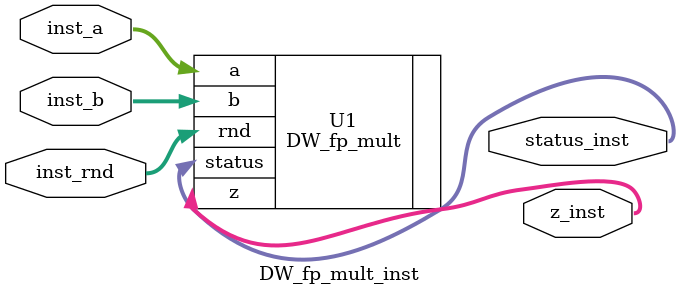
<source format=v>

`ifdef RTL
	`include "GATED_OR.v"
`else
	`include "Netlist/GATED_OR_SYN.v"
`endif
// synopsys translate_on


module SNN(
    //Input Port
    clk,
    rst_n,
    cg_en,
    in_valid,
    Img,
    Kernel,
	Weight,
    Opt,

    //Output Port
    out_valid,
    out
    );


//---------------------------------------------------------------------
//   PARAMETER
//---------------------------------------------------------------------

// IEEE floating point parameter
parameter inst_sig_width = 23;
parameter inst_exp_width = 8;
parameter inst_ieee_compliance = 0;
parameter inst_arch_type = 0;
parameter inst_arch = 0;
parameter inst_faithful_round = 0;


//---------------------------------------------------------------------
//   INPUTS & OUTPUTS
//---------------------------------------------------------------------
input rst_n, clk, in_valid;
input cg_en;
input [inst_sig_width+inst_exp_width:0] Img, Kernel, Weight;
input [1:0] Opt;

output reg	out_valid;
output reg [inst_sig_width+inst_exp_width:0] out;



//---------------------------------------------------------------------
//   REG & WIRE DECLARATIONS
//---------------------------------------------------------------------
integer i, j;
reg [7:0]counter;
reg [31:0]image_1[0:3][0:3];
reg [31:0]image_2[0:3][0:3];

reg [31:0]kernel_1[0:2][0:2];
reg [31:0]kernel_2[0:2][0:2];
reg [31:0]kernel_3[0:2][0:2];

reg [31:0]weight[0:1][0:1];

///////////////////////////////////////////////////////////
//////////////////////////counter//////////////////////////
///////////////////////////////////////////////////////////
always @(posedge clk or negedge rst_n) begin
    if(!rst_n) begin
        counter <= 0;
    end
    else begin
        if(in_valid || (counter <= 123 && counter > 0)) begin
            counter <= counter + 1;
        end
        else begin
            counter <= 0;
        end
    end
end

///////////////////////////////////////////////////////////
//////////////////////////input////////////////////////////
///////////////////////////////////////////////////////////


// wire image_clk;
// GATED_OR i_clk (.CLOCK(clk), .SLEEP_CTRL((counter > 99) && cg_en), .RST_N(rst_n), .CLOCK_GATED(image_clk));


always @(posedge clk or negedge rst_n) begin
// #region
    if(!rst_n) begin
        for(i = 0; i < 4; i = i + 1) begin
            for(j = 0; j < 4; j = j + 1) begin
                image_1[i][j] <= 0;
            end
        end
    end
    else begin
        if(in_valid) begin
            for(i = 0; i < 4; i = i + 1) begin
                for(j = 0; j < 4; j = j + 1) begin
                    image_1[i][j] <= image_1[i][j];
                end
            end
            case(counter)
                0, 16, 32, 48, 64, 80  : image_1[0][0] <= Img;
                1, 17, 33, 49, 65, 81  : image_1[0][1] <= Img;
                2, 18, 34, 50, 66, 82  : image_1[0][2] <= Img;
                3, 19, 35, 51, 67, 83  : image_1[0][3] <= Img;
                4, 20, 36, 52, 68, 84  : image_1[1][0] <= Img;
                5, 21, 37, 53, 69, 85  : image_1[1][1] <= Img;
                6, 22, 38, 54, 70, 86  : image_1[1][2] <= Img;
                7, 23, 39, 55, 71, 87  : image_1[1][3] <= Img;
                8, 24, 40, 56, 72, 88  : image_1[2][0] <= Img;
                9, 25, 41, 57, 73, 89  : image_1[2][1] <= Img;
                10,26, 42, 58, 74, 90  : image_1[2][2] <= Img;
                11,27, 43, 59, 75, 91  : image_1[2][3] <= Img;
                12,28, 44, 60, 76, 92  : image_1[3][0] <= Img;
                13,29, 45, 61, 77, 93  : image_1[3][1] <= Img;
                14,30, 46, 62, 78, 94  : image_1[3][2] <= Img;
                15,31, 47, 63, 79, 95  : image_1[3][3] <= Img;
            endcase
            
        end
        else begin
            for(i = 0; i < 4; i = i + 1) begin
                for(j = 0; j < 4; j = j + 1) begin
                    image_1[i][j] <= image_1[i][j];
                end
            end
        end
    end
// #endregion
end


// wire kernel_clk;
// GATED_OR k_clk (.CLOCK(clk), .SLEEP_CTRL((counter > 28) && cg_en), .RST_N(rst_n), .CLOCK_GATED(kernel_clk));


always @(posedge clk or negedge rst_n) begin
// #region
    if(!rst_n) begin
        for(i = 0; i < 3; i = i + 1) begin
            for(j = 0; j < 3; j = j + 1) begin
                kernel_1[i][j] <= 0;
            end
        end
        for(i = 0; i < 3; i = i + 1) begin
            for(j = 0; j < 3; j = j + 1) begin
                kernel_2[i][j] <= 0;
            end
        end
        for(i = 0; i < 3; i = i + 1) begin
            for(j = 0; j < 3; j = j + 1) begin
                kernel_3[i][j] <= 0;
            end
        end
    end
    else begin
        if(in_valid) begin
            for(i = 0; i < 3; i = i + 1) begin
                for(j = 0; j < 3; j = j + 1) begin
                    kernel_1[i][j] <= kernel_1[i][j];
                end
            end
            for(i = 0; i < 3; i = i + 1) begin
                for(j = 0; j < 3; j = j + 1) begin
                    kernel_2[i][j] <= kernel_2[i][j];
                end
            end
            for(i = 0; i < 3; i = i + 1) begin
                for(j = 0; j < 3; j = j + 1) begin
                    kernel_3[i][j] <= kernel_3[i][j];
                end
            end
            case(counter)
                0  : kernel_1[0][0] <= Kernel;
                1  : kernel_1[0][1] <= Kernel;
                2  : kernel_1[0][2] <= Kernel;
                3  : kernel_1[1][0] <= Kernel;
                4  : kernel_1[1][1] <= Kernel;
                5  : kernel_1[1][2] <= Kernel;
                6  : kernel_1[2][0] <= Kernel;
                7  : kernel_1[2][1] <= Kernel;
                8  : kernel_1[2][2] <= Kernel;
                9  : kernel_2[0][0] <= Kernel;
                10 : kernel_2[0][1] <= Kernel;
                11 : kernel_2[0][2] <= Kernel;
                12 : kernel_2[1][0] <= Kernel;
                13 : kernel_2[1][1] <= Kernel;
                14 : kernel_2[1][2] <= Kernel;
                15 : kernel_2[2][0] <= Kernel;
                16 : kernel_2[2][1] <= Kernel;
                17 : kernel_2[2][2] <= Kernel;
                18 : kernel_3[0][0] <= Kernel;
                19 : kernel_3[0][1] <= Kernel;
                20 : kernel_3[0][2] <= Kernel;
                21 : kernel_3[1][0] <= Kernel;
                22 : kernel_3[1][1] <= Kernel;
                23 : kernel_3[1][2] <= Kernel;
                24 : kernel_3[2][0] <= Kernel;
                25 : kernel_3[2][1] <= Kernel;
                26 : kernel_3[2][2] <= Kernel;
            endcase
        end
        else begin
            for(i = 0; i < 3; i = i + 1) begin
                for(j = 0; j < 3; j = j + 1) begin
                    kernel_1[i][j] <= kernel_1[i][j];
                end
            end
            for(i = 0; i < 3; i = i + 1) begin
                for(j = 0; j < 3; j = j + 1) begin
                    kernel_2[i][j] <= kernel_2[i][j];
                end
            end
            for(i = 0; i < 3; i = i + 1) begin
                for(j = 0; j < 3; j = j + 1) begin
                    kernel_3[i][j] <= kernel_3[i][j];
                end
            end
        end
    end
// #endregion
end

always @(posedge clk or negedge rst_n) begin
// #region
    if(!rst_n) begin
        for(i = 0; i < 2; i = i + 1) begin
            for(j = 0; j < 2; j = j + 1) begin
                weight[i][j] <= 0;
            end
        end
    end
    else begin
        if(in_valid) begin
            for(i = 0; i < 2; i = i + 1) begin
                for(j = 0; j < 2; j = j + 1) begin
                    weight[i][j] <= weight[i][j];
                end
            end
            case(counter)
                0  : weight[0][0] <= Weight;
                1  : weight[0][1] <= Weight;
                2  : weight[1][0] <= Weight;
                3  : weight[1][1] <= Weight;
            endcase
        end
        else begin
            for(i = 0; i < 2; i = i + 1) begin
                for(j = 0; j < 2; j = j + 1) begin
                    weight[i][j] <= weight[i][j];
                end
            end
        end
    end
// #endregion
end


///////////////////////////////////////////////////////////
////////////////////////padding////////////////////////////
///////////////////////////////////////////////////////////
reg [31:0]image_p_1[0:5][0:5];
// reg [31:0]image_p_2[0:5][0:5];
reg [1:0]Opt_seq;

always @(posedge clk or negedge rst_n) begin
    if(!rst_n) begin
        Opt_seq <= 0;
    end
    else begin
        if(in_valid && (counter == 0)) begin
            Opt_seq <= Opt;
        end
        else begin
            Opt_seq <= Opt_seq;
        end
    end
end


always @(*) begin
// #region
    if(Opt_seq[0] == 0) begin
        for(i = 0; i < 6; i = i + 1) begin
            for(j = 0; j < 6; j = j + 1) begin
                if(i == 0) begin
                    image_p_1[i][j] = 'b0;  
                end
                else if(i == 5) begin
                    image_p_1[i][j] = 'b0;
                end
                else if(j == 0 || j == 5) begin
                    image_p_1[i][j] = 'b0;
                end
                else begin
                    image_p_1[i][j] = image_1[i-1][j-1];
                end
            end
        end
        
        image_p_1[0][0] = image_1[0][0];
        image_p_1[0][1] = image_1[0][0];
        image_p_1[0][2] = image_1[0][1];
        image_p_1[0][3] = image_1[0][2];
        image_p_1[0][4] = image_1[0][3];
        image_p_1[0][5] = image_1[0][3];
        image_p_1[0][5] = image_1[0][3];

        image_p_1[1][0] = image_1[0][0];
        image_p_1[1][5] = image_1[0][3];
        image_p_1[2][0] = image_1[1][0];
        image_p_1[2][5] = image_1[1][3];
        image_p_1[3][0] = image_1[2][0];
        image_p_1[3][5] = image_1[2][3];
        image_p_1[4][0] = image_1[3][0];
        image_p_1[4][5] = image_1[3][3];

        image_p_1[5][0] = image_1[3][0];
        image_p_1[5][1] = image_1[3][0];
        image_p_1[5][2] = image_1[3][1];
        image_p_1[5][3] = image_1[3][2];
        image_p_1[5][4] = image_1[3][3];
        image_p_1[5][5] = image_1[3][3];
        image_p_1[5][5] = image_1[3][3];
    end

    else begin
        for(i = 0; i < 6; i = i + 1) begin
            for(j = 0; j < 6; j = j + 1) begin
                if(i == 0) begin
                    image_p_1[i][j] = 'b0;  
                end
                else if(i == 5) begin
                    image_p_1[i][j] = 'b0;
                end
                else if(j == 0 || j == 5) begin
                    image_p_1[i][j] = 'b0;
                end
                else begin
                    image_p_1[i][j] = image_1[i-1][j-1];
                end
            end
        end
    end
// #endregion
end

///////////////////////////////////////////////////////////
////////////////////////Convolution////////////////////////
///////////////////////////////////////////////////////////
reg [31:0]dp_in_1[0:2];
reg [31:0]dp_in_2[0:2];
reg [31:0]dp_in_3[0:2];
reg [31:0]dp_in_1_seq[0:2];
reg [31:0]dp_in_2_seq[0:2];
reg [31:0]dp_in_3_seq[0:2];


reg [31:0]dp_kernel[0:2][0:2];
reg [31:0]dp_kernel_seq[0:2][0:2];

reg [31:0]dp_out_1;
reg [31:0]dp_out_2;
reg [31:0]dp_out_3;
reg [31:0]dp_out_1_seq;
reg [31:0]dp_out_2_seq;
reg [31:0]dp_out_3_seq;

reg [31:0]sum3_out;

reg [31:0]f_map_1[0:3][0:3];
reg [31:0]f_map_1_seq[0:3][0:3];

reg [31:0]add_in;
reg [31:0]add_out;


// wire dp_in_clk;
// GATED_OR dp_i_clk (.CLOCK(clk), .SLEEP_CTRL((counter > 105) && cg_en), .RST_N(rst_n), .CLOCK_GATED(dp_in_clk));


always @(*) begin
// #region
    for(i = 0; i < 3; i = i + 1) begin
        dp_in_1[i] = (cg_en) ? dp_in_1_seq[i] : {counter, counter, counter, counter};
        dp_in_2[i] = (cg_en) ? dp_in_2_seq[i] : {counter, counter, counter, counter};
        dp_in_3[i] = (cg_en) ? dp_in_3_seq[i] : {counter, counter, counter, counter};
    end
    case(counter)
        9, 25, 41, 57, 73, 89 : begin
            dp_in_1[0] = image_p_1[0][0];
            dp_in_1[1] = image_p_1[0][1];
            dp_in_1[2] = image_p_1[0][2];
            dp_in_2[0] = image_p_1[1][0];
            dp_in_2[1] = image_p_1[1][1];
            dp_in_2[2] = image_p_1[1][2];
            dp_in_3[0] = image_p_1[2][0];
            dp_in_3[1] = image_p_1[2][1];
            dp_in_3[2] = image_p_1[2][2];
        end
        10, 26, 42, 58, 74, 90 : begin
            dp_in_1[0] = image_p_1[0][1];
            dp_in_1[1] = image_p_1[0][2];
            dp_in_1[2] = image_p_1[0][3];
            dp_in_2[0] = image_p_1[1][1];
            dp_in_2[1] = image_p_1[1][2];
            dp_in_2[2] = image_p_1[1][3];
            dp_in_3[0] = image_p_1[2][1];
            dp_in_3[1] = image_p_1[2][2];
            dp_in_3[2] = image_p_1[2][3];
        end
        11, 27, 43, 59, 75, 91 : begin
            dp_in_1[0] = image_p_1[0][2];
            dp_in_1[1] = image_p_1[0][3];
            dp_in_1[2] = image_p_1[0][4];
            dp_in_2[0] = image_p_1[1][2];
            dp_in_2[1] = image_p_1[1][3];
            dp_in_2[2] = image_p_1[1][4];
            dp_in_3[0] = image_p_1[2][2];
            dp_in_3[1] = image_p_1[2][3];
            dp_in_3[2] = image_p_1[2][4];
        end
        12, 28, 44, 60, 76, 92 : begin
            dp_in_1[0] = image_p_1[0][3];
            dp_in_1[1] = image_p_1[0][4];
            dp_in_1[2] = image_p_1[0][5];
            dp_in_2[0] = image_p_1[1][3];
            dp_in_2[1] = image_p_1[1][4];
            dp_in_2[2] = image_p_1[1][5];
            dp_in_3[0] = image_p_1[2][3];
            dp_in_3[1] = image_p_1[2][4];
            dp_in_3[2] = image_p_1[2][5];
        end
        13, 29, 45, 61, 77, 93 : begin
            dp_in_1[0] = image_p_1[1][0];
            dp_in_1[1] = image_p_1[1][1];
            dp_in_1[2] = image_p_1[1][2];
            dp_in_2[0] = image_p_1[2][0];
            dp_in_2[1] = image_p_1[2][1];
            dp_in_2[2] = image_p_1[2][2];
            dp_in_3[0] = image_p_1[3][0];
            dp_in_3[1] = image_p_1[3][1];
            dp_in_3[2] = image_p_1[3][2];
        end
        14, 30, 46, 62, 78, 94 : begin
            dp_in_1[0] = image_p_1[1][1];
            dp_in_1[1] = image_p_1[1][2];
            dp_in_1[2] = image_p_1[1][3];
            dp_in_2[0] = image_p_1[2][1];
            dp_in_2[1] = image_p_1[2][2];
            dp_in_2[2] = image_p_1[2][3];
            dp_in_3[0] = image_p_1[3][1];
            dp_in_3[1] = image_p_1[3][2];
            dp_in_3[2] = image_p_1[3][3];
        end
        15, 31, 47, 63, 79, 95 : begin
            dp_in_1[0] = image_p_1[1][2];
            dp_in_1[1] = image_p_1[1][3];
            dp_in_1[2] = image_p_1[1][4];
            dp_in_2[0] = image_p_1[2][2];
            dp_in_2[1] = image_p_1[2][3];
            dp_in_2[2] = image_p_1[2][4];
            dp_in_3[0] = image_p_1[3][2];
            dp_in_3[1] = image_p_1[3][3];
            dp_in_3[2] = image_p_1[3][4];
        end
        16, 32, 48, 64, 80, 96 : begin
            dp_in_1[0] = image_p_1[1][3];
            dp_in_1[1] = image_p_1[1][4];
            dp_in_1[2] = image_p_1[1][5];
            dp_in_2[0] = image_p_1[2][3];
            dp_in_2[1] = image_p_1[2][4];
            dp_in_2[2] = image_p_1[2][5];
            dp_in_3[0] = image_p_1[3][3];
            dp_in_3[1] = image_p_1[3][4];
            dp_in_3[2] = image_p_1[3][5];
        end
        17, 33, 49, 65, 81, 97 : begin
            dp_in_1[0] = image_p_1[2][0];
            dp_in_1[1] = image_p_1[2][1];
            dp_in_1[2] = image_p_1[2][2];
            dp_in_2[0] = image_p_1[3][0];
            dp_in_2[1] = image_p_1[3][1];
            dp_in_2[2] = image_p_1[3][2];
            dp_in_3[0] = image_p_1[4][0];
            dp_in_3[1] = image_p_1[4][1];
            dp_in_3[2] = image_p_1[4][2];
        end
        18, 34, 50, 66, 82, 98 : begin
            dp_in_1[0] = image_p_1[2][1];
            dp_in_1[1] = image_p_1[2][2];
            dp_in_1[2] = image_p_1[2][3];
            dp_in_2[0] = image_p_1[3][1];
            dp_in_2[1] = image_p_1[3][2];
            dp_in_2[2] = image_p_1[3][3];
            dp_in_3[0] = image_p_1[4][1];
            dp_in_3[1] = image_p_1[4][2];
            dp_in_3[2] = image_p_1[4][3];
        end
        19, 35, 51, 67, 83, 99 : begin
            dp_in_1[0] = image_p_1[2][2];
            dp_in_1[1] = image_p_1[2][3];
            dp_in_1[2] = image_p_1[2][4];
            dp_in_2[0] = image_p_1[3][2];
            dp_in_2[1] = image_p_1[3][3];
            dp_in_2[2] = image_p_1[3][4];
            dp_in_3[0] = image_p_1[4][2];
            dp_in_3[1] = image_p_1[4][3];
            dp_in_3[2] = image_p_1[4][4];
        end
        20, 36, 52, 68, 84, 100 : begin
            dp_in_1[0] = image_p_1[2][3];
            dp_in_1[1] = image_p_1[2][4];
            dp_in_1[2] = image_p_1[2][5];
            dp_in_2[0] = image_p_1[3][3];
            dp_in_2[1] = image_p_1[3][4];
            dp_in_2[2] = image_p_1[3][5];
            dp_in_3[0] = image_p_1[4][3];
            dp_in_3[1] = image_p_1[4][4];
            dp_in_3[2] = image_p_1[4][5];
        end
        21, 37, 53, 69, 85, 101 : begin
            dp_in_1[0] = image_p_1[3][0];
            dp_in_1[1] = image_p_1[3][1];
            dp_in_1[2] = image_p_1[3][2];
            dp_in_2[0] = image_p_1[4][0];
            dp_in_2[1] = image_p_1[4][1];
            dp_in_2[2] = image_p_1[4][2];
            dp_in_3[0] = image_p_1[5][0];
            dp_in_3[1] = image_p_1[5][1];
            dp_in_3[2] = image_p_1[5][2];
        end
        22, 38, 54, 70, 86, 102 : begin
            dp_in_1[0] = image_p_1[3][1];
            dp_in_1[1] = image_p_1[3][2];
            dp_in_1[2] = image_p_1[3][3];
            dp_in_2[0] = image_p_1[4][1];
            dp_in_2[1] = image_p_1[4][2];
            dp_in_2[2] = image_p_1[4][3];
            dp_in_3[0] = image_p_1[5][1];
            dp_in_3[1] = image_p_1[5][2];
            dp_in_3[2] = image_p_1[5][3];
        end
        23, 39, 55, 71, 87, 103 : begin
            dp_in_1[0] = image_p_1[3][2];
            dp_in_1[1] = image_p_1[3][3];
            dp_in_1[2] = image_p_1[3][4];
            dp_in_2[0] = image_p_1[4][2];
            dp_in_2[1] = image_p_1[4][3];
            dp_in_2[2] = image_p_1[4][4];
            dp_in_3[0] = image_p_1[5][2];
            dp_in_3[1] = image_p_1[5][3];
            dp_in_3[2] = image_p_1[5][4];
        end
        24, 40, 56, 72, 88, 104 : begin
            dp_in_1[0] = image_p_1[3][3];
            dp_in_1[1] = image_p_1[3][4];
            dp_in_1[2] = image_p_1[3][5];
            dp_in_2[0] = image_p_1[4][3];
            dp_in_2[1] = image_p_1[4][4];
            dp_in_2[2] = image_p_1[4][5];
            dp_in_3[0] = image_p_1[5][3];
            dp_in_3[1] = image_p_1[5][4];
            dp_in_3[2] = image_p_1[5][5];
        end
    endcase
// #endregion
end


always @(*) begin
    for(i = 0; i < 3; i = i + 1) begin
        for(j = 0; j < 3; j = j + 1) begin
            dp_kernel[i][j] = (cg_en) ? dp_kernel_seq[i][j] : {counter, counter, counter, counter};
        end
    end
    if(counter < 25) begin
        for(i = 0; i < 3; i = i + 1) begin
            for(j = 0; j < 3; j = j + 1) begin
                dp_kernel[i][j] = kernel_1[i][j];
            end
        end
    end
    else if(counter >= 25 && counter < 41) begin
        for(i = 0; i < 3; i = i + 1) begin
            for(j = 0; j < 3; j = j + 1) begin
                dp_kernel[i][j] = kernel_2[i][j];
            end
        end
    end
    else if(counter >= 41 && counter < 57) begin
        for(i = 0; i < 3; i = i + 1) begin
            for(j = 0; j < 3; j = j + 1) begin
                dp_kernel[i][j] = kernel_3[i][j];
            end
        end
    end
    else if(counter >= 57 && counter < 73) begin
        for(i = 0; i < 3; i = i + 1) begin
            for(j = 0; j < 3; j = j + 1) begin
                dp_kernel[i][j] = kernel_1[i][j];
            end
        end
    end
    else if(counter >= 73 && counter < 89) begin
        for(i = 0; i < 3; i = i + 1) begin
            for(j = 0; j < 3; j = j + 1) begin
                dp_kernel[i][j] = kernel_2[i][j];
            end
        end
    end
    else if(counter >= 89 && counter < 105) begin
        for(i = 0; i < 3; i = i + 1) begin
            for(j = 0; j < 3; j = j + 1) begin
                dp_kernel[i][j] = kernel_3[i][j];
            end
        end
    end
end


///////////////////////////////////////////////////////
//////////////////////////03 pass//////////////////////
///////////////////////////////////////////////////////

// wire dp_kernel_clk;
// GATED_OR dp_k_clk (.CLOCK(clk), .SLEEP_CTRL(((counter > 9 && counter < 25) || (counter > 25  && counter < 41) || (counter > 41 && counter < 57)
//                                         ||  (counter > 57 && counter < 73) || (counter > 73  && counter < 88) || (counter > 89)) && cg_en),
//                    .RST_N(rst_n), .CLOCK_GATED(dp_kernel_clk));  
///////////////////////////////////////////////////////
///////////////////////////////////////////////////////



always @(posedge clk or negedge rst_n) begin
    if(!rst_n) begin
        for(i = 0; i < 3; i = i + 1) begin
            for(j = 0; j < 3; j = j + 1) begin
                dp_kernel_seq[i][j] <= 0;
            end
        end
    end 
    else begin
        for(i = 0; i < 3; i = i + 1) begin
            for(j = 0; j < 3; j = j + 1) begin
                dp_kernel_seq[i][j] <= dp_kernel[i][j];
            end
        end
    end

end

always @(posedge clk or negedge rst_n) begin
    if(!rst_n) begin
        for(i = 0; i < 3; i = i + 1) begin
            dp_in_1_seq[i] <= 0;
        end
        for(i = 0; i < 3; i = i + 1) begin
            dp_in_2_seq[i] <= 0;
        end
        for(i = 0; i < 3; i = i + 1) begin
            dp_in_3_seq[i] <= 0;
        end
    end
    else begin
        for(i = 0; i < 3; i = i + 1) begin
            dp_in_1_seq[i] <= dp_in_1[i];
        end
        for(i = 0; i < 3; i = i + 1) begin
            dp_in_2_seq[i] <= dp_in_2[i];
        end
        for(i = 0; i < 3; i = i + 1) begin
            dp_in_3_seq[i] <= dp_in_3[i];
        end
    end

end

reg [31:0]dp_mul_out[0:2][0:2];

DW_fp_mult_inst dp_mul_1_1 (.inst_a(dp_in_1_seq[0]), .inst_b(dp_kernel_seq[0][0]), .inst_rnd(3'b000), .z_inst(dp_mul_out[0][0]));
DW_fp_mult_inst dp_mul_1_2 (.inst_a(dp_in_1_seq[1]), .inst_b(dp_kernel_seq[0][1]), .inst_rnd(3'b000), .z_inst(dp_mul_out[0][1]));
DW_fp_mult_inst dp_mul_1_3 (.inst_a(dp_in_1_seq[2]), .inst_b(dp_kernel_seq[0][2]), .inst_rnd(3'b000), .z_inst(dp_mul_out[0][2]));
DW_fp_mult_inst dp_mul_2_1 (.inst_a(dp_in_2_seq[0]), .inst_b(dp_kernel_seq[1][0]), .inst_rnd(3'b000), .z_inst(dp_mul_out[1][0]));
DW_fp_mult_inst dp_mul_2_2 (.inst_a(dp_in_2_seq[1]), .inst_b(dp_kernel_seq[1][1]), .inst_rnd(3'b000), .z_inst(dp_mul_out[1][1]));
DW_fp_mult_inst dp_mul_2_3 (.inst_a(dp_in_2_seq[2]), .inst_b(dp_kernel_seq[1][2]), .inst_rnd(3'b000), .z_inst(dp_mul_out[1][2]));
DW_fp_mult_inst dp_mul_3_1 (.inst_a(dp_in_3_seq[0]), .inst_b(dp_kernel_seq[2][0]), .inst_rnd(3'b000), .z_inst(dp_mul_out[2][0]));
DW_fp_mult_inst dp_mul_3_2 (.inst_a(dp_in_3_seq[1]), .inst_b(dp_kernel_seq[2][1]), .inst_rnd(3'b000), .z_inst(dp_mul_out[2][1]));
DW_fp_mult_inst dp_mul_3_3 (.inst_a(dp_in_3_seq[2]), .inst_b(dp_kernel_seq[2][2]), .inst_rnd(3'b000), .z_inst(dp_mul_out[2][2]));

DW_fp_sum3_inst dp_sum3_1 (.inst_a(dp_mul_out[0][0]), .inst_b(dp_mul_out[0][1]), .inst_c(dp_mul_out[0][2]), .inst_rnd(3'b000), .z_inst(dp_out_1));
DW_fp_sum3_inst dp_sum3_2 (.inst_a(dp_mul_out[1][0]), .inst_b(dp_mul_out[1][1]), .inst_c(dp_mul_out[1][2]), .inst_rnd(3'b000), .z_inst(dp_out_2));
DW_fp_sum3_inst dp_sum3_3 (.inst_a(dp_mul_out[2][0]), .inst_b(dp_mul_out[2][1]), .inst_c(dp_mul_out[2][2]), .inst_rnd(3'b000), .z_inst(dp_out_3));


// wire dp_out_clk;
// GATED_OR dp_o_clk (.CLOCK(clk), .SLEEP_CTRL((counter > 106) && cg_en), .RST_N(rst_n), .CLOCK_GATED(dp_out_clk));



always @(posedge clk or negedge rst_n) begin
    if(!rst_n) begin
        dp_out_1_seq <= 0;
        dp_out_2_seq <= 0;
        dp_out_3_seq <= 0;
    end
    else begin
        dp_out_1_seq <= dp_out_1;
        dp_out_2_seq <= dp_out_2;
        dp_out_3_seq <= dp_out_3;
    end
end


// wire f_map_1_clk;
// GATED_OR f_map_clk (.CLOCK(clk), .SLEEP_CTRL((counter > 107 && counter < 123) && cg_en), .RST_N(rst_n), .CLOCK_GATED(f_map_1_clk)); // 03 fail


always @(posedge clk or negedge rst_n) begin
    if(!rst_n) begin
        for(i = 0; i < 4; i = i + 1) begin
            for(j = 0; j < 4; j = j + 1) begin
                f_map_1_seq[i][j] <= 0;
            end
        end
    end
    else begin
        if(out_valid == 1) begin
            for(i = 0; i < 4; i = i + 1) begin
                for(j = 0; j < 4; j = j + 1) begin
                    f_map_1_seq[i][j] <= 0;
                end
            end
        end
        else begin
            for(i = 0; i < 4; i = i + 1) begin
                for(j = 0; j < 4; j = j + 1) begin
                    f_map_1_seq[i][j] <= f_map_1[i][j];
                end
            end
        end
    end
end

always @(*) begin
    add_in = (cg_en) ? 0 : {counter, counter, counter, counter};
    case(counter)
        11, 27, 43  : add_in = f_map_1_seq[0][0];
        12, 28, 44  : add_in = f_map_1_seq[0][1];
        13, 29, 45  : add_in = f_map_1_seq[0][2];
        14, 30, 46  : add_in = f_map_1_seq[0][3];
        15, 31, 47  : add_in = f_map_1_seq[1][0];
        16, 32, 48  : add_in = f_map_1_seq[1][1];
        17, 33, 49  : add_in = f_map_1_seq[1][2];
        18, 34, 50  : add_in = f_map_1_seq[1][3];
        19, 35, 51  : add_in = f_map_1_seq[2][0];
        20, 36, 52  : add_in = f_map_1_seq[2][1];
        21, 37, 53  : add_in = f_map_1_seq[2][2];
        22, 38, 54  : add_in = f_map_1_seq[2][3];
        23, 39, 55  : add_in = f_map_1_seq[3][0];
        24, 40, 56  : add_in = f_map_1_seq[3][1];
        25, 41, 57  : add_in = f_map_1_seq[3][2];
        26, 42, 58  : add_in = f_map_1_seq[3][3];



        59, 60, 61, 62, 63, 64, 65, 66, 67, 68, 69, 70, 71, 72, 73, 74 : add_in = 0;
        75, 91  : add_in = f_map_1_seq[0][0];
        76, 92  : add_in = f_map_1_seq[0][1];
        77, 93  : add_in = f_map_1_seq[0][2];
        78, 94  : add_in = f_map_1_seq[0][3];
        79, 95  : add_in = f_map_1_seq[1][0];
        80, 96  : add_in = f_map_1_seq[1][1];
        81, 97  : add_in = f_map_1_seq[1][2];
        82, 98  : add_in = f_map_1_seq[1][3];
        83, 99  : add_in = f_map_1_seq[2][0];
        84, 100 : add_in = f_map_1_seq[2][1];
        85, 101 : add_in = f_map_1_seq[2][2];
        86, 102 : add_in = f_map_1_seq[2][3];
        87, 103 : add_in = f_map_1_seq[3][0];
        88, 104 : add_in = f_map_1_seq[3][1];
        89, 105 : add_in = f_map_1_seq[3][2];
        90, 106 : add_in = f_map_1_seq[3][3];


        // default : add_in = 0;
    endcase
end

always @(*) begin
    for(i = 0; i < 4; i = i + 1) begin
        for(j = 0; j < 4; j = j + 1) begin
            f_map_1[i][j] = f_map_1_seq[i][j];
        end
    end
    case(counter)
        11, 27, 43 : f_map_1[0][0] = add_out;
        12, 28, 44 : f_map_1[0][1] = add_out;
        13, 29, 45 : f_map_1[0][2] = add_out;
        14, 30, 46 : f_map_1[0][3] = add_out;
        15, 31, 47 : f_map_1[1][0] = add_out;
        16, 32, 48 : f_map_1[1][1] = add_out;
        17, 33, 49 : f_map_1[1][2] = add_out;
        18, 34, 50 : f_map_1[1][3] = add_out;
        19, 35, 51 : f_map_1[2][0] = add_out;
        20, 36, 52 : f_map_1[2][1] = add_out;
        21, 37, 53 : f_map_1[2][2] = add_out;
        22, 38, 54 : f_map_1[2][3] = add_out;
        23, 39, 55 : f_map_1[3][0] = add_out;
        24, 40, 56 : f_map_1[3][1] = add_out;
        25, 41, 57 : f_map_1[3][2] = add_out;
        26, 42, 58 : f_map_1[3][3] = add_out;

        59, 75, 91  : f_map_1[0][0] = add_out;
        60, 76, 92  : f_map_1[0][1] = add_out;
        61, 77, 93  : f_map_1[0][2] = add_out;
        62, 78, 94  : f_map_1[0][3] = add_out;
        63, 79, 95  : f_map_1[1][0] = add_out;
        64, 80, 96  : f_map_1[1][1] = add_out;
        65, 81, 97  : f_map_1[1][2] = add_out;
        66, 82, 98  : f_map_1[1][3] = add_out;
        67, 83, 99  : f_map_1[2][0] = add_out;
        68, 84, 100 : f_map_1[2][1] = add_out;
        69, 85, 101 : f_map_1[2][2] = add_out;
        70, 86, 102 : f_map_1[2][3] = add_out;
        71, 87, 103 : f_map_1[3][0] = add_out;
        72, 88, 104 : f_map_1[3][1] = add_out;
        73, 89, 105 : f_map_1[3][2] = add_out;
        74, 90, 106 : f_map_1[3][3] = add_out;
    endcase

end



DW_fp_sum3_inst dp_sum (.inst_a(dp_out_1_seq), .inst_b(dp_out_2_seq), .inst_c(dp_out_3_seq), .inst_rnd(3'b000), .z_inst(sum3_out));
DW_fp_add_inst  dp_add (.inst_a(add_in), .inst_b(sum3_out), .inst_rnd(3'b000), .z_inst(add_out));


///////////////////////////////////////////////////////////
////////////////////////Equalization///////////////////////
///////////////////////////////////////////////////////////

reg [31:0] f_map_padding[0:5][0:5];


always @(*) begin
    if(Opt_seq[0] == 0) begin
        for(i = 0; i < 6; i = i + 1) begin
            for(j = 0; j < 6; j = j + 1) begin
                if(i == 0) begin
                    f_map_padding[i][j] = 'b0;  
                end
                else if(i == 5) begin
                    f_map_padding[i][j] = 'b0;
                end
                else if(j == 0 || j == 5) begin
                    f_map_padding[i][j] = 'b0;
                end
                else begin
                    f_map_padding[i][j] = f_map_1_seq[i-1][j-1];
                end
            end
        end
        
        f_map_padding[0][0] = f_map_1_seq[0][0];
        f_map_padding[0][1] = f_map_1_seq[0][0];
        f_map_padding[0][2] = f_map_1_seq[0][1];
        f_map_padding[0][3] = f_map_1_seq[0][2];
        f_map_padding[0][4] = f_map_1_seq[0][3];
        f_map_padding[0][5] = f_map_1_seq[0][3];
        f_map_padding[0][5] = f_map_1_seq[0][3];

        f_map_padding[1][0] = f_map_1_seq[0][0];
        f_map_padding[1][5] = f_map_1_seq[0][3];
        f_map_padding[2][0] = f_map_1_seq[1][0];
        f_map_padding[2][5] = f_map_1_seq[1][3];
        f_map_padding[3][0] = f_map_1_seq[2][0];
        f_map_padding[3][5] = f_map_1_seq[2][3];
        f_map_padding[4][0] = f_map_1_seq[3][0];
        f_map_padding[4][5] = f_map_1_seq[3][3];

        f_map_padding[5][0] = f_map_1_seq[3][0];
        f_map_padding[5][1] = f_map_1_seq[3][0];
        f_map_padding[5][2] = f_map_1_seq[3][1];
        f_map_padding[5][3] = f_map_1_seq[3][2];
        f_map_padding[5][4] = f_map_1_seq[3][3];
        f_map_padding[5][5] = f_map_1_seq[3][3];
        f_map_padding[5][5] = f_map_1_seq[3][3];
    end

    else begin
        for(i = 0; i < 6; i = i + 1) begin
            for(j = 0; j < 6; j = j + 1) begin
                if(i == 0) begin
                    f_map_padding[i][j] = 'b0;  
                end
                else if(i == 5) begin
                    f_map_padding[i][j] = 'b0;
                end
                else if(j == 0 || j == 5) begin
                    f_map_padding[i][j] = 'b0;
                end
                else begin
                    f_map_padding[i][j] = f_map_1_seq[i-1][j-1];
                end
            end
        end
    end
// #endregion
end


reg [31:0]equalize_in[0:2][0:2];
reg [31:0]equalize_temp[0:2];
reg [31:0]equalize_out;
reg [31:0]equalize_out_seq;


always @(*) begin
// #region
    for(i = 0; i < 3; i = i + 1) begin
        for(j = 0; j < 3; j = j + 1) begin
            if(cg_en) begin
                equalize_in[i][j] = 0;
            end
            else begin
                equalize_in[i][j] = {counter, counter, counter, counter};
            end
        end
    end

    case(counter)
        49, 97 : begin
            equalize_in[0][0] = f_map_padding[0][0];
            equalize_in[0][1] = f_map_padding[0][1];
            equalize_in[0][2] = f_map_padding[0][2];
            equalize_in[1][0] = f_map_padding[1][0];
            equalize_in[1][1] = f_map_padding[1][1];
            equalize_in[1][2] = f_map_padding[1][2];
            equalize_in[2][0] = f_map_padding[2][0];
            equalize_in[2][1] = f_map_padding[2][1];
            equalize_in[2][2] = f_map_padding[2][2];
        end
        50, 98 : begin
            equalize_in[0][0] = f_map_padding[0][1];
            equalize_in[0][1] = f_map_padding[0][2];
            equalize_in[0][2] = f_map_padding[0][3];
            equalize_in[1][0] = f_map_padding[1][1];
            equalize_in[1][1] = f_map_padding[1][2];
            equalize_in[1][2] = f_map_padding[1][3];
            equalize_in[2][0] = f_map_padding[2][1];
            equalize_in[2][1] = f_map_padding[2][2];
            equalize_in[2][2] = f_map_padding[2][3];
        end
        51, 99 : begin
            equalize_in[0][0] = f_map_padding[0][2];
            equalize_in[0][1] = f_map_padding[0][3];
            equalize_in[0][2] = f_map_padding[0][4];
            equalize_in[1][0] = f_map_padding[1][2];
            equalize_in[1][1] = f_map_padding[1][3];
            equalize_in[1][2] = f_map_padding[1][4];
            equalize_in[2][0] = f_map_padding[2][2];
            equalize_in[2][1] = f_map_padding[2][3];
            equalize_in[2][2] = f_map_padding[2][4];
        end
        52, 100 : begin
            equalize_in[0][0] = f_map_padding[0][3];
            equalize_in[0][1] = f_map_padding[0][4];
            equalize_in[0][2] = f_map_padding[0][5];
            equalize_in[1][0] = f_map_padding[1][3];
            equalize_in[1][1] = f_map_padding[1][4];
            equalize_in[1][2] = f_map_padding[1][5];
            equalize_in[2][0] = f_map_padding[2][3];
            equalize_in[2][1] = f_map_padding[2][4];
            equalize_in[2][2] = f_map_padding[2][5];
        end

        
        53, 101 : begin
            equalize_in[0][0] = f_map_padding[1][0];
            equalize_in[0][1] = f_map_padding[1][1];
            equalize_in[0][2] = f_map_padding[1][2];
            equalize_in[1][0] = f_map_padding[2][0];
            equalize_in[1][1] = f_map_padding[2][1];
            equalize_in[1][2] = f_map_padding[2][2];
            equalize_in[2][0] = f_map_padding[3][0];
            equalize_in[2][1] = f_map_padding[3][1];
            equalize_in[2][2] = f_map_padding[3][2];
        end
        54, 102 : begin
            equalize_in[0][0] = f_map_padding[1][1];
            equalize_in[0][1] = f_map_padding[1][2];
            equalize_in[0][2] = f_map_padding[1][3];
            equalize_in[1][0] = f_map_padding[2][1];
            equalize_in[1][1] = f_map_padding[2][2];
            equalize_in[1][2] = f_map_padding[2][3];
            equalize_in[2][0] = f_map_padding[3][1];
            equalize_in[2][1] = f_map_padding[3][2];
            equalize_in[2][2] = f_map_padding[3][3];
        end
        55, 103 : begin
            equalize_in[0][0] = f_map_padding[1][2];
            equalize_in[0][1] = f_map_padding[1][3];
            equalize_in[0][2] = f_map_padding[1][4];
            equalize_in[1][0] = f_map_padding[2][2];
            equalize_in[1][1] = f_map_padding[2][3];
            equalize_in[1][2] = f_map_padding[2][4];
            equalize_in[2][0] = f_map_padding[3][2];
            equalize_in[2][1] = f_map_padding[3][3];
            equalize_in[2][2] = f_map_padding[3][4];
        end
        56, 104 : begin
            equalize_in[0][0] = f_map_padding[1][3];
            equalize_in[0][1] = f_map_padding[1][4];
            equalize_in[0][2] = f_map_padding[1][5];
            equalize_in[1][0] = f_map_padding[2][3];
            equalize_in[1][1] = f_map_padding[2][4];
            equalize_in[1][2] = f_map_padding[2][5];
            equalize_in[2][0] = f_map_padding[3][3];
            equalize_in[2][1] = f_map_padding[3][4];
            equalize_in[2][2] = f_map_padding[3][5];
        end

        
        57, 105 : begin
            equalize_in[0][0] = f_map_padding[2][0];
            equalize_in[0][1] = f_map_padding[2][1];
            equalize_in[0][2] = f_map_padding[2][2];
            equalize_in[1][0] = f_map_padding[3][0];
            equalize_in[1][1] = f_map_padding[3][1];
            equalize_in[1][2] = f_map_padding[3][2];
            equalize_in[2][0] = f_map_padding[4][0];
            equalize_in[2][1] = f_map_padding[4][1];
            equalize_in[2][2] = f_map_padding[4][2];
        end
        58, 106 : begin
            equalize_in[0][0] = f_map_padding[2][1];
            equalize_in[0][1] = f_map_padding[2][2];
            equalize_in[0][2] = f_map_padding[2][3];
            equalize_in[1][0] = f_map_padding[3][1];
            equalize_in[1][1] = f_map_padding[3][2];
            equalize_in[1][2] = f_map_padding[3][3];
            equalize_in[2][0] = f_map_padding[4][1];
            equalize_in[2][1] = f_map_padding[4][2];
            equalize_in[2][2] = f_map_padding[4][3];
        end
        59, 107 : begin
            equalize_in[0][0] = f_map_padding[2][2];
            equalize_in[0][1] = f_map_padding[2][3];
            equalize_in[0][2] = f_map_padding[2][4];
            equalize_in[1][0] = f_map_padding[3][2];
            equalize_in[1][1] = f_map_padding[3][3];
            equalize_in[1][2] = f_map_padding[3][4];
            equalize_in[2][0] = f_map_padding[4][2];
            equalize_in[2][1] = f_map_padding[4][3];
            equalize_in[2][2] = f_map_padding[4][4];
        end
        60, 108 : begin
            equalize_in[0][0] = f_map_padding[2][3];
            equalize_in[0][1] = f_map_padding[2][4];
            equalize_in[0][2] = f_map_padding[2][5];
            equalize_in[1][0] = f_map_padding[3][3];
            equalize_in[1][1] = f_map_padding[3][4];
            equalize_in[1][2] = f_map_padding[3][5];
            equalize_in[2][0] = f_map_padding[4][3];
            equalize_in[2][1] = f_map_padding[4][4];
            equalize_in[2][2] = f_map_padding[4][5];
        end


        
        61, 109 : begin
            equalize_in[0][0] = f_map_padding[3][0];
            equalize_in[0][1] = f_map_padding[3][1];
            equalize_in[0][2] = f_map_padding[3][2];
            equalize_in[1][0] = f_map_padding[4][0];
            equalize_in[1][1] = f_map_padding[4][1];
            equalize_in[1][2] = f_map_padding[4][2];
            equalize_in[2][0] = f_map_padding[5][0];
            equalize_in[2][1] = f_map_padding[5][1];
            equalize_in[2][2] = f_map_padding[5][2];
        end
        62, 110 : begin
            equalize_in[0][0] = f_map_padding[3][1];
            equalize_in[0][1] = f_map_padding[3][2];
            equalize_in[0][2] = f_map_padding[3][3];
            equalize_in[1][0] = f_map_padding[4][1];
            equalize_in[1][1] = f_map_padding[4][2];
            equalize_in[1][2] = f_map_padding[4][3];
            equalize_in[2][0] = f_map_padding[5][1];
            equalize_in[2][1] = f_map_padding[5][2];
            equalize_in[2][2] = f_map_padding[5][3];
        end
        63, 111 : begin
            equalize_in[0][0] = f_map_padding[3][2];
            equalize_in[0][1] = f_map_padding[3][3];
            equalize_in[0][2] = f_map_padding[3][4];
            equalize_in[1][0] = f_map_padding[4][2];
            equalize_in[1][1] = f_map_padding[4][3];
            equalize_in[1][2] = f_map_padding[4][4];
            equalize_in[2][0] = f_map_padding[5][2];
            equalize_in[2][1] = f_map_padding[5][3];
            equalize_in[2][2] = f_map_padding[5][4];
        end
        64, 112 : begin
            equalize_in[0][0] = f_map_padding[3][3];
            equalize_in[0][1] = f_map_padding[3][4];
            equalize_in[0][2] = f_map_padding[3][5];
            equalize_in[1][0] = f_map_padding[4][3];
            equalize_in[1][1] = f_map_padding[4][4];
            equalize_in[1][2] = f_map_padding[4][5];
            equalize_in[2][0] = f_map_padding[5][3];
            equalize_in[2][1] = f_map_padding[5][4];
            equalize_in[2][2] = f_map_padding[5][5];
        end
    endcase

// #endregion
end




DW_fp_sum3_inst eq_sum_1 (.inst_a(equalize_in[0][0]), .inst_b(equalize_in[0][1]), .inst_c(equalize_in[0][2]), .inst_rnd(3'b000), .z_inst(equalize_temp[0]));
DW_fp_sum3_inst eq_sum_2 (.inst_a(equalize_in[1][0]), .inst_b(equalize_in[1][1]), .inst_c(equalize_in[1][2]), .inst_rnd(3'b000), .z_inst(equalize_temp[1]));
DW_fp_sum3_inst eq_sum_3 (.inst_a(equalize_in[2][0]), .inst_b(equalize_in[2][1]), .inst_c(equalize_in[2][2]), .inst_rnd(3'b000), .z_inst(equalize_temp[2]));
DW_fp_sum3_inst eq_sum_4 (.inst_a(equalize_temp[0]),  .inst_b(equalize_temp[1]),  .inst_c(equalize_temp[2]),  .inst_rnd(3'b000), .z_inst(equalize_out));


// wire equalize_out_clk;
// GATED_OR equalize_o_clk (.CLOCK(clk), .SLEEP_CTRL((counter < 49 || (counter > 66 &&  counter < 97)) && cg_en), .RST_N(rst_n), .CLOCK_GATED(equalize_out_clk));


always @(posedge clk or negedge rst_n) begin
    if(!rst_n) begin
        equalize_out_seq <= 0;        
    end
    else begin
        equalize_out_seq <= equalize_out;
    end
end

reg [31:0]equalize_div_out;

DW_fp_div_inst div_eq (.inst_a(equalize_out_seq), .inst_b(32'b01000001000100000000000000000000), .z_inst(equalize_div_out), .inst_rnd(3'b000));


reg [31:0]f_eq_map[0:3][0:3];
reg [31:0]f_eq_map_seq[0:3][0:3];




always @(*) begin
    for(i = 0; i < 4; i = i + 1 ) begin
        for(j = 0; j < 4; j = j + 1 ) begin
            f_eq_map[i][j] = f_eq_map_seq[i][j];
        end
    end

    case(counter)
        50, 98 : f_eq_map[0][0] = equalize_div_out;
        51, 99 : f_eq_map[0][1] = equalize_div_out;
        52, 100: f_eq_map[0][2] = equalize_div_out;
        53, 101: f_eq_map[0][3] = equalize_div_out;
        54, 102: f_eq_map[1][0] = equalize_div_out;
        55, 103: f_eq_map[1][1] = equalize_div_out;
        56, 104: f_eq_map[1][2] = equalize_div_out;
        57, 105: f_eq_map[1][3] = equalize_div_out;
        58, 106: f_eq_map[2][0] = equalize_div_out;
        59, 107: f_eq_map[2][1] = equalize_div_out;
        60, 108: f_eq_map[2][2] = equalize_div_out;
        61, 109: f_eq_map[2][3] = equalize_div_out;
        62, 110: f_eq_map[3][0] = equalize_div_out;
        63, 111: f_eq_map[3][1] = equalize_div_out;
        64, 112: f_eq_map[3][2] = equalize_div_out;
        65, 113: f_eq_map[3][3] = equalize_div_out;
    endcase
end


// wire f_eq_clk;
// GATED_OR f_eq_map_clk (.CLOCK(clk), .SLEEP_CTRL(counter > 113 && cg_en), .RST_N(rst_n), .CLOCK_GATED(f_eq_clk));


always @(posedge clk or negedge rst_n) begin
    if(!rst_n) begin
        for(i = 0; i < 4; i = i + 1 ) begin
            for(j = 0; j < 4; j = j + 1 ) begin
                f_eq_map_seq[i][j] <= 0;
            end
        end
    end
    else begin
        for(i = 0; i < 4; i = i + 1 ) begin
            for(j = 0; j < 4; j = j + 1 ) begin
                f_eq_map_seq[i][j] <= f_eq_map[i][j];
            end
        end
    end
end


///////////////////////////////////////////////////////////
////////////////////////Max Pooling////////////////////////
///////////////////////////////////////////////////////////

reg [31:0]max_pooling_in[0:3][0:3];

always @(*) begin
    if(counter == 66 || counter == 114) begin
        for(i = 0; i < 4; i = i + 1) begin
            for(j = 0; j < 4; j = j + 1) begin
                max_pooling_in[i][j] = f_eq_map_seq[i][j];
            end
        end
    end
    else begin
        for(i = 0; i < 4; i = i + 1) begin
            for(j = 0; j < 4; j = j + 1) begin
                max_pooling_in[i][j] = {counter, counter, counter, counter};
            end
        end
    end
end

reg [31:0]max_pooling_00;
reg [31:0]max_pooling_01;
reg [31:0]max_pooling_10;
reg [31:0]max_pooling_11;

reg [31:0]com_F1_00_0;
reg [31:0]com_F1_00_1;

DW_fp_cmp_inst COM_F1_00_0 (.inst_a(max_pooling_in[0][0]), .inst_b(max_pooling_in[0][1]), .z1_inst(com_F1_00_0), .inst_zctr(1'b0));
DW_fp_cmp_inst COM_F1_00_1 (.inst_a(max_pooling_in[1][0]), .inst_b(max_pooling_in[1][1]), .z1_inst(com_F1_00_1), .inst_zctr(1'b0));
DW_fp_cmp_inst COM_F1_00   (.inst_a(com_F1_00_0),   .inst_b(com_F1_00_1),   .z1_inst(max_pooling_00), .inst_zctr(1'b0));

reg [31:0]com_F1_01_0;
reg [31:0]com_F1_01_1;

DW_fp_cmp_inst COM_F1_01_0 (.inst_a(max_pooling_in[0][2]), .inst_b(max_pooling_in[0][3]), .z1_inst(com_F1_01_0), .inst_zctr(1'b0));
DW_fp_cmp_inst COM_F1_01_1 (.inst_a(max_pooling_in[1][2]), .inst_b(max_pooling_in[1][3]), .z1_inst(com_F1_01_1), .inst_zctr(1'b0));
DW_fp_cmp_inst COM_F1_01   (.inst_a(com_F1_01_0),   .inst_b(com_F1_01_1),   .z1_inst(max_pooling_01), .inst_zctr(1'b0));

reg [31:0]com_F1_10_0;
reg [31:0]com_F1_10_1;

DW_fp_cmp_inst COM_F1_10_0 (.inst_a(max_pooling_in[2][0]), .inst_b(max_pooling_in[2][1]), .z1_inst(com_F1_10_0), .inst_zctr(1'b0));
DW_fp_cmp_inst COM_F1_10_1 (.inst_a(max_pooling_in[3][0]), .inst_b(max_pooling_in[3][1]), .z1_inst(com_F1_10_1), .inst_zctr(1'b0));
DW_fp_cmp_inst COM_F1_10   (.inst_a(com_F1_10_0),   .inst_b(com_F1_10_1),   .z1_inst(max_pooling_10), .inst_zctr(1'b0));


reg [31:0]com_F1_11_0;
reg [31:0]com_F1_11_1;

DW_fp_cmp_inst COM_F1_11_0 (.inst_a(max_pooling_in[2][2]), .inst_b(max_pooling_in[2][3]), .z1_inst(com_F1_11_0), .inst_zctr(1'b0));
DW_fp_cmp_inst COM_F1_11_1 (.inst_a(max_pooling_in[3][2]), .inst_b(max_pooling_in[3][3]), .z1_inst(com_F1_11_1), .inst_zctr(1'b0));
DW_fp_cmp_inst COM_F1_11   (.inst_a(com_F1_11_0),   .inst_b(com_F1_11_1),   .z1_inst(max_pooling_11), .inst_zctr(1'b0));


reg [31:0]fully_con_map_temp[0:3];
reg [31:0]fully_con_map_1[0:3];
reg [31:0]fully_con_map_2[0:3];

reg [31:0]dp2_mul_out[0:7];
DW_fp_mult_inst dp2_mul_1 (.inst_a(max_pooling_00), .inst_b(weight[0][0]), .inst_rnd(3'b000), .z_inst(dp2_mul_out[0]));
DW_fp_mult_inst dp2_mul_2 (.inst_a(max_pooling_01), .inst_b(weight[1][0]), .inst_rnd(3'b000), .z_inst(dp2_mul_out[1]));
DW_fp_add_inst  dp2_add_1 (.inst_a(dp2_mul_out[0]), .inst_b(dp2_mul_out[1]), .inst_rnd(3'b000), .z_inst(fully_con_map_temp[0]));

DW_fp_mult_inst dp2_mul_3 (.inst_a(max_pooling_00), .inst_b(weight[0][1]), .inst_rnd(3'b000), .z_inst(dp2_mul_out[2]));
DW_fp_mult_inst dp2_mul_4 (.inst_a(max_pooling_01), .inst_b(weight[1][1]), .inst_rnd(3'b000), .z_inst(dp2_mul_out[3]));
DW_fp_add_inst  dp2_add_2 (.inst_a(dp2_mul_out[2]), .inst_b(dp2_mul_out[3]), .inst_rnd(3'b000), .z_inst(fully_con_map_temp[1]));

DW_fp_mult_inst dp2_mul_5 (.inst_a(max_pooling_10), .inst_b(weight[0][0]), .inst_rnd(3'b000), .z_inst(dp2_mul_out[4]));
DW_fp_mult_inst dp2_mul_6 (.inst_a(max_pooling_11), .inst_b(weight[1][0]), .inst_rnd(3'b000), .z_inst(dp2_mul_out[5]));
DW_fp_add_inst  dp2_add_3 (.inst_a(dp2_mul_out[4]), .inst_b(dp2_mul_out[5]), .inst_rnd(3'b000), .z_inst(fully_con_map_temp[2]));

DW_fp_mult_inst dp2_mul_7 (.inst_a(max_pooling_10), .inst_b(weight[0][1]), .inst_rnd(3'b000), .z_inst(dp2_mul_out[6]));
DW_fp_mult_inst dp2_mul_8 (.inst_a(max_pooling_11), .inst_b(weight[1][1]), .inst_rnd(3'b000), .z_inst(dp2_mul_out[7]));
DW_fp_add_inst  dp2_add_4 (.inst_a(dp2_mul_out[6]), .inst_b(dp2_mul_out[7]), .inst_rnd(3'b000), .z_inst(fully_con_map_temp[3]));


always @(posedge clk or negedge rst_n) begin
    if(!rst_n) begin
        for(i = 0; i < 4; i = i + 1) begin
            fully_con_map_1[i] <= 0;
        end
        for(i = 0; i < 4; i = i + 1) begin
            fully_con_map_2[i] <= 0;
        end
    end
    else begin
        for(i = 0; i < 4; i = i + 1) begin
            fully_con_map_1[i] <= fully_con_map_1[i];
        end
        for(i = 0; i < 4; i = i + 1) begin
            fully_con_map_2[i] <= fully_con_map_2[i];
        end
        if(counter == 66) begin
            for(i = 0; i < 4; i = i + 1) begin
                fully_con_map_1[i] <= fully_con_map_temp[i];
            end
        end
        else if(counter == 114) begin
            for(i = 0; i < 4; i = i + 1) begin
                fully_con_map_2[i] <= fully_con_map_temp[i];
            end
        end
    end
end


///////////////////////////////////////////////////////////
//////////////////////Normalization////////////////////////
///////////////////////////////////////////////////////////

reg [31:0]max_F1;
reg [31:0]min_F1;
reg [31:0]max_F1_0_1;
reg [31:0]min_F1_0_1;
reg [31:0]max_F1_2_3;
reg [31:0]min_F1_2_3;

reg [31:0]normal_in[0:3];

always @(*) begin
    for(i = 0; i < 4; i = i + 1) begin
        if(cg_en) begin
            normal_in[i] = 0;
        end
        else begin
            normal_in[i] = {counter, counter, counter, counter};
        end
    end

    if(counter >= 67 && counter <= 70) begin ////////////////need to be changed/////////////////
        for(i = 0; i < 4; i = i + 1) begin
            normal_in[i] = fully_con_map_1[i];
        end
    end
    else if(counter >= 115 && counter <= 118) begin
        for(i = 0; i < 4; i = i + 1) begin
            normal_in[i] = fully_con_map_2[i];
        end
    end
end

DW_fp_cmp_inst MAX_F1_0_1 (.inst_a(normal_in[0]), .inst_b(normal_in[1]), .z0_inst(min_F1_0_1), .z1_inst(max_F1_0_1), .inst_zctr(1'b0));
DW_fp_cmp_inst MAX_F1_2_3 (.inst_a(normal_in[2]), .inst_b(normal_in[3]), .z0_inst(min_F1_2_3), .z1_inst(max_F1_2_3), .inst_zctr(1'b0));
DW_fp_cmp_inst MAX_F1     (.inst_a(max_F1_0_1),         .inst_b(max_F1_2_3),         .z1_inst(max_F1),    .inst_zctr(1'b0));
DW_fp_cmp_inst MIN_F1     (.inst_a(min_F1_0_1),         .inst_b(min_F1_2_3),         .z0_inst(min_F1),    .inst_zctr(1'b0));


reg [31:0]normal_F1[0:3];
reg [31:0]normal_F2[0:3];
reg [31:0]normal_temp;
reg [31:0]deno_F1;
reg [31:0]nume_F1[0:3];
reg [31:0]deno_F1_seq;
reg [31:0]nume_F1_seq[0:3];

reg [31:0]normal_div_in;

genvar a;

DW_fp_sub_inst sub_deno_F1 (.inst_a(max_F1), .inst_b(min_F1), .z_inst(deno_F1), .inst_rnd(3'b000));
DW_fp_sub_inst sub_nume_F2 (.inst_a(normal_in[0]), .inst_b(min_F1), .z_inst(nume_F1[0]),  .inst_rnd(3'b000));
DW_fp_sub_inst sub_nume_F3 (.inst_a(normal_in[1]), .inst_b(min_F1), .z_inst(nume_F1[1]),  .inst_rnd(3'b000));
DW_fp_sub_inst sub_nume_F4 (.inst_a(normal_in[2]), .inst_b(min_F1), .z_inst(nume_F1[2]),  .inst_rnd(3'b000));
DW_fp_sub_inst sub_nume_F5 (.inst_a(normal_in[3]), .inst_b(min_F1), .z_inst(nume_F1[3]),  .inst_rnd(3'b000));
DW_fp_div_inst div_F1      (.inst_a(normal_div_in), .inst_b(deno_F1_seq),.z_inst(normal_temp),.inst_rnd(3'b000));

always @(*) begin
    normal_div_in = (cg_en) ? 0 : {counter, counter, counter, counter};
    case(counter)
        68, 116 : normal_div_in = nume_F1_seq[0];
        69, 117 : normal_div_in = nume_F1_seq[1];
        70, 118 : normal_div_in = nume_F1_seq[2];
        71, 119 : normal_div_in = nume_F1_seq[3];
    endcase
end

always @(posedge clk or negedge rst_n) begin
    if(!rst_n) begin
        deno_F1_seq <= 0;
        for(i = 0; i < 4; i = i + 1) begin
            nume_F1_seq[i] <= 0;
        end
    end
    else begin
        deno_F1_seq <= deno_F1;
        for(i = 0; i < 4; i = i + 1) begin
            nume_F1_seq[i] <= nume_F1[i];
        end
    end

end


always @(posedge clk or negedge rst_n) begin
    if(!rst_n) begin
        for(i = 0; i < 4; i = i + 1) begin
            normal_F1[i] <= 0;
        end
        for(i = 0; i < 4; i = i + 1) begin
            normal_F2[i] <= 0;
        end
    end
    else begin
        for(i = 0; i < 4; i = i + 1) begin
            normal_F1[i] <= normal_F1[i];
        end
        for(i = 0; i < 4; i = i + 1) begin
            normal_F2[i] <= normal_F2[i];
        end
        case(counter)
            68 : normal_F1[0] <= normal_temp;
            69 : normal_F1[1] <= normal_temp;
            70 : normal_F1[2] <= normal_temp;
            71 : normal_F1[3] <= normal_temp;
            116: normal_F2[0] <= normal_temp;
            117: normal_F2[1] <= normal_temp;
            118: normal_F2[2] <= normal_temp;
            119: normal_F2[3] <= normal_temp;
        endcase
    end
end


///////////////////////////////////////////////////////////
///////////////////Activation Function/////////////////////
///////////////////////////////////////////////////////////

reg [31:0]activation_in;

reg [31:0]sigmoid_out;
reg [31:0]sigmoid_deno;
reg [31:0]sigmoid_deno_seq;
reg [31:0]tanh_out;
reg [31:0]tanh_deno;
reg [31:0]tanh_nume;
reg [31:0]tanh_deno_seq;
reg [31:0]tanh_nume_seq;
reg [31:0]e_to_power_pos;
reg [31:0]e_to_power_neg;
reg [31:0]e_to_power_pos_seq;
reg [31:0]e_to_power_neg_seq;

reg [31:0]div_in_1;
reg [31:0]div_in_2;
reg [31:0]sig_tran_out;

always @(*) begin
    activation_in = (cg_en) ? 0 : {8'h3f, counter, counter, counter};
    case(counter)
        69 : activation_in = normal_F1[0];
        70 : activation_in = normal_F1[1];
        71 : activation_in = normal_F1[2];
        72 : activation_in = normal_F1[3];
        117: activation_in = normal_F2[0];
        118: activation_in = normal_F2[1];
        119: activation_in = normal_F2[2];
        120: activation_in = normal_F2[3];
    endcase
end

always @(posedge clk or negedge rst_n) begin
    if(!rst_n) begin
        e_to_power_neg_seq <= 0;
        e_to_power_pos_seq <= 0;
    end
    else begin
        e_to_power_neg_seq <= e_to_power_neg;
        e_to_power_pos_seq <= e_to_power_pos;
    end
end

always @(*) begin
    if(Opt_seq[1] == 0) begin
        div_in_1 = (cg_en) ? 0 : {8'b0111_1111, 8'b0000_0000, 8'b1011_0111, 8'b0011_1100};
        div_in_2 = (cg_en) ? 0 : {8'b0111_1111, counter, counter, counter};
        case(counter)
            71, 72, 73, 74, 119, 120, 121, 122 : begin
                div_in_1 = 32'b00111111100000000000000000000000;
                div_in_2 = sigmoid_deno_seq;
            end
        endcase
    end
    else begin
        div_in_1 = (cg_en) ? 0 : {8'b0111_1111, 8'b0000_0000, 8'b1011_0111, 8'b0011_1100}; ////may be chaneged////
        div_in_2 = (cg_en) ? 0 : {8'b0111_1111, counter, counter, counter}; ////may be chaneged////
        case(counter)
            71, 72, 73, 74, 119, 120, 121, 122 : begin
                div_in_1 = tanh_nume_seq;
                div_in_2 = tanh_deno_seq;
            end
        endcase
    end

end

DW_fp_exp_inst F1_E_POS (.inst_a(activation_in), .z_inst(e_to_power_pos));
DW_fp_exp_inst F1_E_NEG (.inst_a({~activation_in[31] , activation_in[30:0]}), .z_inst(e_to_power_neg));


DW_fp_add_inst F1_SIG_deno (.inst_a(32'b00111111100000000000000000000000), .inst_b(e_to_power_neg_seq), .z_inst(sigmoid_deno), .inst_rnd(3'b000));
DW_fp_sub_inst F1_TANH_nume (.inst_a(e_to_power_pos_seq), .inst_b(e_to_power_neg_seq), .z_inst(tanh_nume), .inst_rnd(3'b000));
DW_fp_add_inst F1_TANH_deno (.inst_a(e_to_power_pos_seq), .inst_b(e_to_power_neg_seq), .z_inst(tanh_deno), .inst_rnd(3'b000));


DW_fp_div_inst SIG_F1   (.inst_a(div_in_1), .inst_b(div_in_2), .z_inst(sig_tran_out), .inst_rnd(3'b000));


always @(posedge clk or negedge rst_n) begin
    if(!rst_n) begin
        sigmoid_deno_seq <= 0;
        tanh_deno_seq <= 0;
        tanh_nume_seq <= 0;
    end
    else begin
        sigmoid_deno_seq <= sigmoid_deno;
        tanh_deno_seq <= tanh_deno;
        tanh_nume_seq <= tanh_nume;
    end
end



reg [31:0]sig_tran_F1[0:3];
reg [31:0]sig_tran_F2[0:3];


always @(posedge clk or negedge rst_n) begin
    if(!rst_n) begin
        for(i = 0; i < 4; i = i + 1) begin
            sig_tran_F1[i] <= 0;
        end
        for(i = 0; i < 4; i = i + 1) begin
            sig_tran_F2[i] <= 0;
        end
    end
    else begin
        for(i = 0; i < 4; i = i + 1) begin
            sig_tran_F1[i] <= sig_tran_F1[i];
        end
        for(i = 0; i < 4; i = i + 1) begin
            sig_tran_F2[i] <= sig_tran_F2[i];
        end
        case(counter)
            71 : sig_tran_F1[0] <= sig_tran_out;
            72 : sig_tran_F1[1] <= sig_tran_out;
            73 : sig_tran_F1[2] <= sig_tran_out;
            74 : sig_tran_F1[3] <= sig_tran_out;
            119: sig_tran_F2[0] <= sig_tran_out;
            120: sig_tran_F2[1] <= sig_tran_out;
            121: sig_tran_F2[2] <= sig_tran_out;
            122: sig_tran_F2[3] <= sig_tran_out;
        endcase
    end
end


///////////////////////////////////////////////////////////
///////////////////Activation Function/////////////////////
///////////////////////////////////////////////////////////
wire [31:0]p[0:3];
wire [31:0]q[0:3];
wire [31:0]golden_out_temp[0:3];
reg  [31:0]golden_out;
reg  [31:0]out_comb;

reg out_valid_comb;

generate
    for(a = 0; a < 4; a = a + 1) begin
        assign p[a] = sig_tran_F1[a];
        assign q[a] = sig_tran_F2[a];
        DW_fp_sub_inst GOLDEN_SUB (.inst_a(p[a]), .inst_b(q[a]), .z_inst(golden_out_temp[a]), .inst_rnd(3'b000));
    end
endgenerate

DW_fp_sum4_inst GOLDEN_SUM (.inst_a({1'b0, golden_out_temp[0][30:0]}), .inst_b({1'b0, golden_out_temp[1][30:0]}), .inst_c({1'b0, golden_out_temp[2][30:0]}), .inst_d({1'b0, golden_out_temp[3][30:0]}), .z_inst(golden_out), .inst_rnd(3'b000));

always @(*) begin
    if(counter == 123) begin
        out_valid_comb = 1;
        out_comb = golden_out;
    end
    else begin
        out_valid_comb = 0;
        out_comb = 0;
    end
end


///////////////////////////////////////////////////////////
//////////////////////////output///////////////////////////
///////////////////////////////////////////////////////////

wire out_clk;
GATED_OR GATED_OUT (.CLOCK(clk), .SLEEP_CTRL(counter < 122 && cg_en), .RST_N(rst_n), .CLOCK_GATED(out_clk));


always @(posedge out_clk or negedge rst_n) begin
    if(!rst_n) begin
        out_valid <= 0;
        out <= 0;
    end
    else begin
        out_valid <= out_valid_comb;
        out <= out_comb;
    end
end
 
endmodule


module DW_fp_dp3_inst( inst_a, inst_b, inst_c, inst_d, inst_e,
inst_f, inst_rnd, z_inst, status_inst );
    parameter inst_sig_width = 23;
    parameter inst_exp_width = 8;
    parameter inst_ieee_compliance = 0;
    parameter inst_arch_type = 0;


    input [inst_sig_width+inst_exp_width : 0] inst_a;
    input [inst_sig_width+inst_exp_width : 0] inst_b;
    input [inst_sig_width+inst_exp_width : 0] inst_c;
    input [inst_sig_width+inst_exp_width : 0] inst_d;
    input [inst_sig_width+inst_exp_width : 0] inst_e;
    input [inst_sig_width+inst_exp_width : 0] inst_f;
    input [2 : 0] inst_rnd;
    output [inst_sig_width+inst_exp_width : 0] z_inst;
    output [7 : 0] status_inst;
    // Instance of DW_fp_dp3
    DW_fp_dp3 #(inst_sig_width, inst_exp_width, inst_ieee_compliance, inst_arch_type)
    U1 (
    .a(inst_a),
    .b(inst_b),
    .c(inst_c),
    .d(inst_d),
    .e(inst_e),
    .f(inst_f),
    .rnd(inst_rnd),
    .z(z_inst),
    .status(status_inst) );
endmodule

module DW_fp_sum3_inst( inst_a, inst_b, inst_c, inst_rnd, z_inst,
status_inst );
    parameter inst_sig_width = 23;
    parameter inst_exp_width = 8;
    parameter inst_ieee_compliance = 0;
    parameter inst_arch_type = 0;


    input [inst_sig_width+inst_exp_width : 0] inst_a;
    input [inst_sig_width+inst_exp_width : 0] inst_b;
    input [inst_sig_width+inst_exp_width : 0] inst_c;
    input [2 : 0] inst_rnd;
    output [inst_sig_width+inst_exp_width : 0] z_inst;
    output [7 : 0] status_inst;
    // Instance of DW_fp_sum3
    DW_fp_sum3 #(inst_sig_width, inst_exp_width, inst_ieee_compliance, inst_arch_type)
    U1 (
    .a(inst_a),
    .b(inst_b),
    .c(inst_c),
    .rnd(inst_rnd),
    .z(z_inst),
    .status(status_inst) );
endmodule

module DW_fp_cmp_inst( inst_a, inst_b, inst_zctr, aeqb_inst, altb_inst,
    agtb_inst, unordered_inst, z0_inst, z1_inst, status0_inst,
    status1_inst );
    parameter sig_width = 23;
    parameter exp_width = 8;
    parameter ieee_compliance = 0;
    input [sig_width+exp_width : 0] inst_a;
    input [sig_width+exp_width : 0] inst_b;
    input inst_zctr;
    output aeqb_inst;
    output altb_inst;
    output agtb_inst;
    output unordered_inst;
    output [sig_width+exp_width : 0] z0_inst;
    output [sig_width+exp_width : 0] z1_inst;
    output [7 : 0] status0_inst;
    output [7 : 0] status1_inst;
    // Instance of DW_fp_cmp
    DW_fp_cmp #(sig_width, exp_width, ieee_compliance)
    U1 ( .a(inst_a), .b(inst_b), .zctr(inst_zctr), .aeqb(aeqb_inst),
    .altb(altb_inst), .agtb(agtb_inst), .unordered(unordered_inst),
    .z0(z0_inst), .z1(z1_inst), .status0(status0_inst),
    .status1(status1_inst) );
endmodule

module DW_fp_dp2_inst( inst_a, inst_b, inst_c, inst_d, inst_rnd,
z_inst, status_inst );
    parameter inst_sig_width = 23;
    parameter inst_exp_width = 8;
    parameter inst_ieee_compliance = 0;
    parameter inst_arch_type = 0;
    
    input [inst_sig_width+inst_exp_width : 0] inst_a;
    input [inst_sig_width+inst_exp_width : 0] inst_b;
    input [inst_sig_width+inst_exp_width : 0] inst_c;
    input [inst_sig_width+inst_exp_width : 0] inst_d;
    input [2 : 0] inst_rnd;
    output [inst_sig_width+inst_exp_width : 0] z_inst;
    output [7 : 0] status_inst;
    // Instance of DW_fp_dp2
    DW_fp_dp2 #(inst_sig_width, inst_exp_width, inst_ieee_compliance, inst_arch_type)
    U1 (
    .a(inst_a),
    .b(inst_b),
    .c(inst_c),
    .d(inst_d),
    .rnd(inst_rnd),
    .z(z_inst),
    .status(status_inst) );
endmodule

module DW_fp_sub_inst( inst_a, inst_b, inst_rnd, z_inst, status_inst );
    parameter sig_width = 23;
    parameter exp_width = 8;
    parameter ieee_compliance = 0;

    input [sig_width+exp_width : 0] inst_a;
    input [sig_width+exp_width : 0] inst_b;
    input [2 : 0] inst_rnd;
    output [sig_width+exp_width : 0] z_inst;
    output [7 : 0] status_inst;
    // Instance of DW_fp_sub
    DW_fp_sub #(sig_width, exp_width, ieee_compliance)
    U1 ( .a(inst_a), .b(inst_b), .rnd(inst_rnd), .z(z_inst), .status(status_inst) );
endmodule

module DW_fp_div_inst( inst_a, inst_b, inst_rnd, z_inst, status_inst );
    parameter sig_width = 23;
    parameter exp_width = 8;
    parameter ieee_compliance = 0;
    parameter faithful_round = 0;
    
    input [sig_width+exp_width : 0] inst_a;
    input [sig_width+exp_width : 0] inst_b;
    input [2 : 0] inst_rnd;
    output [sig_width+exp_width : 0] z_inst;
    output [7 : 0] status_inst;
    // Instance of DW_fp_div
    DW_fp_div #(sig_width, exp_width, ieee_compliance, faithful_round) U1
    ( .a(inst_a), .b(inst_b), .rnd(inst_rnd), .z(z_inst), .status(status_inst)
    );
endmodule

module DW_fp_exp_inst( inst_a, z_inst, status_inst );
    parameter inst_sig_width = 23;
    parameter inst_exp_width = 8;
    parameter inst_ieee_compliance = 0;
    parameter inst_arch = 0;

    input [inst_sig_width+inst_exp_width : 0] inst_a;
    output [inst_sig_width+inst_exp_width : 0] z_inst;
    output [7 : 0] status_inst;
    // Instance of DW_fp_exp
    DW_fp_exp #(inst_sig_width, inst_exp_width, inst_ieee_compliance, inst_arch) U1 (
    .a(inst_a),
    .z(z_inst),
    .status(status_inst) );
endmodule

module DW_fp_add_inst( inst_a, inst_b, inst_rnd, z_inst, status_inst );
    parameter sig_width = 23;
    parameter exp_width = 8;
    parameter ieee_compliance = 0;
    input [sig_width+exp_width : 0] inst_a;
    input [sig_width+exp_width : 0] inst_b;
    input [2 : 0] inst_rnd;
    output [sig_width+exp_width : 0] z_inst;
    output [7 : 0] status_inst;
    // Instance of DW_fp_add
    DW_fp_add #(sig_width, exp_width, ieee_compliance)
    U1 ( .a(inst_a), .b(inst_b), .rnd(inst_rnd), .z(z_inst), .status(status_inst) );
endmodule

module DW_fp_sum4_inst( inst_a, inst_b, inst_c, inst_d, inst_rnd,
z_inst, status_inst );
    parameter inst_sig_width = 23;
    parameter inst_exp_width = 8;
    parameter inst_ieee_compliance = 0;
    parameter inst_arch_type = 0;
    
    input [inst_sig_width+inst_exp_width : 0] inst_a;
    input [inst_sig_width+inst_exp_width : 0] inst_b;
    input [inst_sig_width+inst_exp_width : 0] inst_c;
    input [inst_sig_width+inst_exp_width : 0] inst_d;
    input [2 : 0] inst_rnd;
    output [inst_sig_width+inst_exp_width : 0] z_inst;
    output [7 : 0] status_inst;
    // Instance of DW_fp_sum4
    DW_fp_sum4 #(inst_sig_width, inst_exp_width, inst_ieee_compliance, inst_arch_type)
    U1 (
    .a(inst_a),
    .b(inst_b),
    .c(inst_c),
    .d(inst_d),
    .rnd(inst_rnd),
    .z(z_inst),
    .status(status_inst) );
endmodule

module DW_fp_mult_inst( inst_a, inst_b, inst_rnd, z_inst, status_inst );
    parameter sig_width = 23;
    parameter exp_width = 8;
    parameter ieee_compliance = 0;
    input [sig_width+exp_width : 0] inst_a;
    input [sig_width+exp_width : 0] inst_b;
    input [2 : 0] inst_rnd;
    output [sig_width+exp_width : 0] z_inst;
    output [7 : 0] status_inst;
    // Instance of DW_fp_mult
    DW_fp_mult #(sig_width, exp_width, ieee_compliance)
    U1 ( .a(inst_a), .b(inst_b), .rnd(inst_rnd), .z(z_inst), .status(status_inst) );
endmodule
</source>
